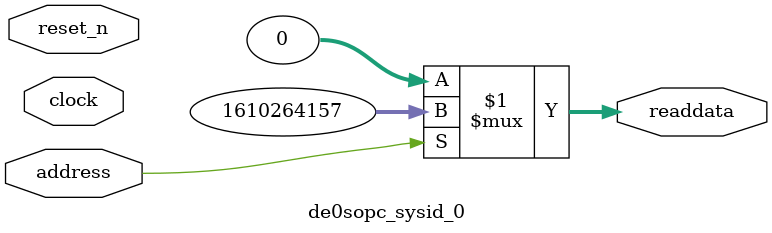
<source format=v>

`timescale 1ns / 1ps
// synthesis translate_on

// turn off superfluous verilog processor warnings 
// altera message_level Level1 
// altera message_off 10034 10035 10036 10037 10230 10240 10030 

module de0sopc_sysid_0 (
               // inputs:
                address,
                clock,
                reset_n,

               // outputs:
                readdata
             )
;

  output  [ 31: 0] readdata;
  input            address;
  input            clock;
  input            reset_n;

  wire    [ 31: 0] readdata;
  //control_slave, which is an e_avalon_slave
  assign readdata = address ? 1610264157 : 0;

endmodule




</source>
